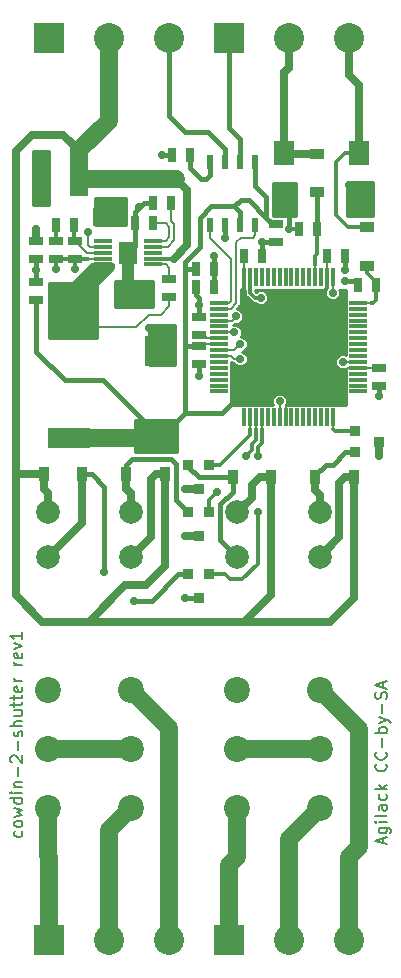
<source format=gtl>
%TF.GenerationSoftware,KiCad,Pcbnew,5.0.2*%
%TF.CreationDate,2020-05-26T14:16:45+02:00*%
%TF.ProjectId,cowdin-2-shutter,636f7764-696e-42d3-922d-736875747465,0.1*%
%TF.SameCoordinates,Original*%
%TF.FileFunction,Copper,L1,Top*%
%TF.FilePolarity,Positive*%
%FSLAX46Y46*%
G04 Gerber Fmt 4.6, Leading zero omitted, Abs format (unit mm)*
G04 Created by KiCad (PCBNEW 5.0.2) date mar. 26 mai 2020 14:16:45 CEST*
%MOMM*%
%LPD*%
G01*
G04 APERTURE LIST*
%TA.AperFunction,NonConductor*%
%ADD10C,0.152400*%
%TD*%
%TA.AperFunction,SMDPad,CuDef*%
%ADD11R,0.910000X1.220000*%
%TD*%
%TA.AperFunction,SMDPad,CuDef*%
%ADD12R,1.600000X2.900000*%
%TD*%
%TA.AperFunction,SMDPad,CuDef*%
%ADD13R,2.500000X2.500000*%
%TD*%
%TA.AperFunction,SMDPad,CuDef*%
%ADD14R,3.560000X1.780000*%
%TD*%
%TA.AperFunction,SMDPad,CuDef*%
%ADD15R,2.100000X1.800000*%
%TD*%
%TA.AperFunction,SMDPad,CuDef*%
%ADD16R,1.570000X1.880000*%
%TD*%
%TA.AperFunction,SMDPad,CuDef*%
%ADD17R,1.600000X0.300000*%
%TD*%
%TA.AperFunction,SMDPad,CuDef*%
%ADD18R,1.143000X0.635000*%
%TD*%
%TA.AperFunction,SMDPad,CuDef*%
%ADD19R,0.635000X1.143000*%
%TD*%
%TA.AperFunction,ComponentPad*%
%ADD20C,2.200000*%
%TD*%
%TA.AperFunction,ComponentPad*%
%ADD21C,2.000000*%
%TD*%
%TA.AperFunction,SMDPad,CuDef*%
%ADD22R,2.900000X1.600000*%
%TD*%
%TA.AperFunction,ComponentPad*%
%ADD23C,2.540000*%
%TD*%
%TA.AperFunction,ComponentPad*%
%ADD24R,2.540000X2.540000*%
%TD*%
%TA.AperFunction,SMDPad,CuDef*%
%ADD25R,0.300000X1.524000*%
%TD*%
%TA.AperFunction,SMDPad,CuDef*%
%ADD26R,1.524000X0.300000*%
%TD*%
%TA.AperFunction,SMDPad,CuDef*%
%ADD27R,0.508000X1.143000*%
%TD*%
%TA.AperFunction,SMDPad,CuDef*%
%ADD28R,0.914400X0.914400*%
%TD*%
%TA.AperFunction,SMDPad,CuDef*%
%ADD29R,1.220000X0.910000*%
%TD*%
%TA.AperFunction,SMDPad,CuDef*%
%ADD30R,1.800000X2.100000*%
%TD*%
%TA.AperFunction,ViaPad*%
%ADD31C,0.711200*%
%TD*%
%TA.AperFunction,Conductor*%
%ADD32C,1.524000*%
%TD*%
%TA.AperFunction,Conductor*%
%ADD33C,0.304800*%
%TD*%
%TA.AperFunction,Conductor*%
%ADD34C,0.406400*%
%TD*%
%TA.AperFunction,Conductor*%
%ADD35C,1.016000*%
%TD*%
%TA.AperFunction,Conductor*%
%ADD36C,0.203200*%
%TD*%
%TA.AperFunction,Conductor*%
%ADD37C,0.711200*%
%TD*%
%TA.AperFunction,Conductor*%
%ADD38C,0.254000*%
%TD*%
G04 APERTURE END LIST*
D10*
X164126666Y-135013333D02*
X164126666Y-134537142D01*
X164412380Y-135108571D02*
X163412380Y-134775238D01*
X164412380Y-134441904D01*
X163745714Y-133680000D02*
X164555238Y-133680000D01*
X164650476Y-133727619D01*
X164698095Y-133775238D01*
X164745714Y-133870476D01*
X164745714Y-134013333D01*
X164698095Y-134108571D01*
X164364761Y-133680000D02*
X164412380Y-133775238D01*
X164412380Y-133965714D01*
X164364761Y-134060952D01*
X164317142Y-134108571D01*
X164221904Y-134156190D01*
X163936190Y-134156190D01*
X163840952Y-134108571D01*
X163793333Y-134060952D01*
X163745714Y-133965714D01*
X163745714Y-133775238D01*
X163793333Y-133680000D01*
X164412380Y-133203809D02*
X163745714Y-133203809D01*
X163412380Y-133203809D02*
X163460000Y-133251428D01*
X163507619Y-133203809D01*
X163460000Y-133156190D01*
X163412380Y-133203809D01*
X163507619Y-133203809D01*
X164412380Y-132584761D02*
X164364761Y-132680000D01*
X164269523Y-132727619D01*
X163412380Y-132727619D01*
X164412380Y-131775238D02*
X163888571Y-131775238D01*
X163793333Y-131822857D01*
X163745714Y-131918095D01*
X163745714Y-132108571D01*
X163793333Y-132203809D01*
X164364761Y-131775238D02*
X164412380Y-131870476D01*
X164412380Y-132108571D01*
X164364761Y-132203809D01*
X164269523Y-132251428D01*
X164174285Y-132251428D01*
X164079047Y-132203809D01*
X164031428Y-132108571D01*
X164031428Y-131870476D01*
X163983809Y-131775238D01*
X164364761Y-130870476D02*
X164412380Y-130965714D01*
X164412380Y-131156190D01*
X164364761Y-131251428D01*
X164317142Y-131299047D01*
X164221904Y-131346666D01*
X163936190Y-131346666D01*
X163840952Y-131299047D01*
X163793333Y-131251428D01*
X163745714Y-131156190D01*
X163745714Y-130965714D01*
X163793333Y-130870476D01*
X164412380Y-130441904D02*
X163412380Y-130441904D01*
X164031428Y-130346666D02*
X164412380Y-130060952D01*
X163745714Y-130060952D02*
X164126666Y-130441904D01*
X164317142Y-128299047D02*
X164364761Y-128346666D01*
X164412380Y-128489523D01*
X164412380Y-128584761D01*
X164364761Y-128727619D01*
X164269523Y-128822857D01*
X164174285Y-128870476D01*
X163983809Y-128918095D01*
X163840952Y-128918095D01*
X163650476Y-128870476D01*
X163555238Y-128822857D01*
X163460000Y-128727619D01*
X163412380Y-128584761D01*
X163412380Y-128489523D01*
X163460000Y-128346666D01*
X163507619Y-128299047D01*
X164317142Y-127299047D02*
X164364761Y-127346666D01*
X164412380Y-127489523D01*
X164412380Y-127584761D01*
X164364761Y-127727619D01*
X164269523Y-127822857D01*
X164174285Y-127870476D01*
X163983809Y-127918095D01*
X163840952Y-127918095D01*
X163650476Y-127870476D01*
X163555238Y-127822857D01*
X163460000Y-127727619D01*
X163412380Y-127584761D01*
X163412380Y-127489523D01*
X163460000Y-127346666D01*
X163507619Y-127299047D01*
X164031428Y-126870476D02*
X164031428Y-126108571D01*
X164412380Y-125632380D02*
X163412380Y-125632380D01*
X163793333Y-125632380D02*
X163745714Y-125537142D01*
X163745714Y-125346666D01*
X163793333Y-125251428D01*
X163840952Y-125203809D01*
X163936190Y-125156190D01*
X164221904Y-125156190D01*
X164317142Y-125203809D01*
X164364761Y-125251428D01*
X164412380Y-125346666D01*
X164412380Y-125537142D01*
X164364761Y-125632380D01*
X163745714Y-124822857D02*
X164412380Y-124584761D01*
X163745714Y-124346666D02*
X164412380Y-124584761D01*
X164650476Y-124680000D01*
X164698095Y-124727619D01*
X164745714Y-124822857D01*
X164031428Y-123965714D02*
X164031428Y-123203809D01*
X164364761Y-122775238D02*
X164412380Y-122632380D01*
X164412380Y-122394285D01*
X164364761Y-122299047D01*
X164317142Y-122251428D01*
X164221904Y-122203809D01*
X164126666Y-122203809D01*
X164031428Y-122251428D01*
X163983809Y-122299047D01*
X163936190Y-122394285D01*
X163888571Y-122584761D01*
X163840952Y-122680000D01*
X163793333Y-122727619D01*
X163698095Y-122775238D01*
X163602857Y-122775238D01*
X163507619Y-122727619D01*
X163460000Y-122680000D01*
X163412380Y-122584761D01*
X163412380Y-122346666D01*
X163460000Y-122203809D01*
X164126666Y-121822857D02*
X164126666Y-121346666D01*
X164412380Y-121918095D02*
X163412380Y-121584761D01*
X164412380Y-121251428D01*
X133504761Y-134000476D02*
X133552380Y-134095714D01*
X133552380Y-134286190D01*
X133504761Y-134381428D01*
X133457142Y-134429047D01*
X133361904Y-134476666D01*
X133076190Y-134476666D01*
X132980952Y-134429047D01*
X132933333Y-134381428D01*
X132885714Y-134286190D01*
X132885714Y-134095714D01*
X132933333Y-134000476D01*
X133552380Y-133429047D02*
X133504761Y-133524285D01*
X133457142Y-133571904D01*
X133361904Y-133619523D01*
X133076190Y-133619523D01*
X132980952Y-133571904D01*
X132933333Y-133524285D01*
X132885714Y-133429047D01*
X132885714Y-133286190D01*
X132933333Y-133190952D01*
X132980952Y-133143333D01*
X133076190Y-133095714D01*
X133361904Y-133095714D01*
X133457142Y-133143333D01*
X133504761Y-133190952D01*
X133552380Y-133286190D01*
X133552380Y-133429047D01*
X132885714Y-132762380D02*
X133552380Y-132571904D01*
X133076190Y-132381428D01*
X133552380Y-132190952D01*
X132885714Y-132000476D01*
X133552380Y-131190952D02*
X132552380Y-131190952D01*
X133504761Y-131190952D02*
X133552380Y-131286190D01*
X133552380Y-131476666D01*
X133504761Y-131571904D01*
X133457142Y-131619523D01*
X133361904Y-131667142D01*
X133076190Y-131667142D01*
X132980952Y-131619523D01*
X132933333Y-131571904D01*
X132885714Y-131476666D01*
X132885714Y-131286190D01*
X132933333Y-131190952D01*
X133552380Y-130714761D02*
X132885714Y-130714761D01*
X132552380Y-130714761D02*
X132600000Y-130762380D01*
X132647619Y-130714761D01*
X132600000Y-130667142D01*
X132552380Y-130714761D01*
X132647619Y-130714761D01*
X132885714Y-130238571D02*
X133552380Y-130238571D01*
X132980952Y-130238571D02*
X132933333Y-130190952D01*
X132885714Y-130095714D01*
X132885714Y-129952857D01*
X132933333Y-129857619D01*
X133028571Y-129810000D01*
X133552380Y-129810000D01*
X133171428Y-129333809D02*
X133171428Y-128571904D01*
X132647619Y-128143333D02*
X132600000Y-128095714D01*
X132552380Y-128000476D01*
X132552380Y-127762380D01*
X132600000Y-127667142D01*
X132647619Y-127619523D01*
X132742857Y-127571904D01*
X132838095Y-127571904D01*
X132980952Y-127619523D01*
X133552380Y-128190952D01*
X133552380Y-127571904D01*
X133171428Y-127143333D02*
X133171428Y-126381428D01*
X133504761Y-125952857D02*
X133552380Y-125857619D01*
X133552380Y-125667142D01*
X133504761Y-125571904D01*
X133409523Y-125524285D01*
X133361904Y-125524285D01*
X133266666Y-125571904D01*
X133219047Y-125667142D01*
X133219047Y-125810000D01*
X133171428Y-125905238D01*
X133076190Y-125952857D01*
X133028571Y-125952857D01*
X132933333Y-125905238D01*
X132885714Y-125810000D01*
X132885714Y-125667142D01*
X132933333Y-125571904D01*
X133552380Y-125095714D02*
X132552380Y-125095714D01*
X133552380Y-124667142D02*
X133028571Y-124667142D01*
X132933333Y-124714761D01*
X132885714Y-124810000D01*
X132885714Y-124952857D01*
X132933333Y-125048095D01*
X132980952Y-125095714D01*
X132885714Y-123762380D02*
X133552380Y-123762380D01*
X132885714Y-124190952D02*
X133409523Y-124190952D01*
X133504761Y-124143333D01*
X133552380Y-124048095D01*
X133552380Y-123905238D01*
X133504761Y-123810000D01*
X133457142Y-123762380D01*
X132885714Y-123429047D02*
X132885714Y-123048095D01*
X132552380Y-123286190D02*
X133409523Y-123286190D01*
X133504761Y-123238571D01*
X133552380Y-123143333D01*
X133552380Y-123048095D01*
X132885714Y-122857619D02*
X132885714Y-122476666D01*
X132552380Y-122714761D02*
X133409523Y-122714761D01*
X133504761Y-122667142D01*
X133552380Y-122571904D01*
X133552380Y-122476666D01*
X133504761Y-121762380D02*
X133552380Y-121857619D01*
X133552380Y-122048095D01*
X133504761Y-122143333D01*
X133409523Y-122190952D01*
X133028571Y-122190952D01*
X132933333Y-122143333D01*
X132885714Y-122048095D01*
X132885714Y-121857619D01*
X132933333Y-121762380D01*
X133028571Y-121714761D01*
X133123809Y-121714761D01*
X133219047Y-122190952D01*
X133552380Y-121286190D02*
X132885714Y-121286190D01*
X133076190Y-121286190D02*
X132980952Y-121238571D01*
X132933333Y-121190952D01*
X132885714Y-121095714D01*
X132885714Y-121000476D01*
X133552380Y-119905238D02*
X132885714Y-119905238D01*
X133076190Y-119905238D02*
X132980952Y-119857619D01*
X132933333Y-119810000D01*
X132885714Y-119714761D01*
X132885714Y-119619523D01*
X133504761Y-118905238D02*
X133552380Y-119000476D01*
X133552380Y-119190952D01*
X133504761Y-119286190D01*
X133409523Y-119333809D01*
X133028571Y-119333809D01*
X132933333Y-119286190D01*
X132885714Y-119190952D01*
X132885714Y-119000476D01*
X132933333Y-118905238D01*
X133028571Y-118857619D01*
X133123809Y-118857619D01*
X133219047Y-119333809D01*
X132885714Y-118524285D02*
X133552380Y-118286190D01*
X132885714Y-118048095D01*
X133552380Y-117143333D02*
X133552380Y-117714761D01*
X133552380Y-117429047D02*
X132552380Y-117429047D01*
X132695238Y-117524285D01*
X132790476Y-117619523D01*
X132838095Y-117714761D01*
D11*
%TO.P,D2,1*%
%TO.N,Net-(D2-Pad1)*%
X142365000Y-103750000D03*
%TO.P,D2,2*%
%TO.N,VIn*%
X145635000Y-103750000D03*
%TD*%
%TO.P,D1,1*%
%TO.N,Net-(D1-Pad1)*%
X138635000Y-103750000D03*
%TO.P,D1,2*%
%TO.N,VIn*%
X135365000Y-103750000D03*
%TD*%
D12*
%TO.P,C10,2*%
%TO.N,GND*%
X135150000Y-78750000D03*
%TO.P,C10,1*%
%TO.N,VIn*%
X138350000Y-78750000D03*
%TD*%
D13*
%TO.P,C16,2*%
%TO.N,GND*%
X145250000Y-93350000D03*
%TO.P,C16,1*%
%TO.N,5V*%
X145250000Y-100650000D03*
%TD*%
D14*
%TO.P,L11,2*%
%TO.N,5V*%
X137500000Y-100700000D03*
%TO.P,L11,1*%
%TO.N,/V5_SW*%
X137500000Y-91300000D03*
%TD*%
D15*
%TO.P,D12,2*%
%TO.N,/V5_SW*%
X138100000Y-88500000D03*
%TO.P,D12,1*%
%TO.N,GND*%
X142500000Y-88500000D03*
%TD*%
D16*
%TO.P,U3,PAD*%
%TO.N,GND*%
X142500000Y-85000000D03*
D17*
%TO.P,U3,10*%
%TO.N,/V5_SW*%
X140400000Y-86000000D03*
%TO.P,U3,9*%
%TO.N,GND*%
X140400000Y-85500000D03*
%TO.P,U3,8*%
%TO.N,Net-(C14-Pad1)*%
X140400000Y-85000000D03*
%TO.P,U3,7*%
%TO.N,Net-(R16-Pad2)*%
X140400000Y-84500000D03*
%TO.P,U3,6*%
%TO.N,Net-(U3-Pad6)*%
X140400000Y-84000000D03*
%TO.P,U3,5*%
%TO.N,Net-(R14-Pad1)*%
X144600000Y-84000000D03*
%TO.P,U3,4*%
%TO.N,Net-(C12-Pad1)*%
X144600000Y-84500000D03*
%TO.P,U3,3*%
%TO.N,Net-(U3-Pad3)*%
X144600000Y-85000000D03*
%TO.P,U3,2*%
%TO.N,VIn*%
X144600000Y-85500000D03*
%TO.P,U3,1*%
%TO.N,Net-(C13-Pad1)*%
X144600000Y-86000000D03*
%TD*%
D18*
%TO.P,C13,2*%
%TO.N,/V5_SW*%
X146000000Y-88762000D03*
%TO.P,C13,1*%
%TO.N,Net-(C13-Pad1)*%
X146000000Y-87238000D03*
%TD*%
D19*
%TO.P,C12,2*%
%TO.N,GND*%
X144648000Y-80780000D03*
%TO.P,C12,1*%
%TO.N,Net-(C12-Pad1)*%
X146172000Y-80780000D03*
%TD*%
%TO.P,R14,2*%
%TO.N,GND*%
X143078000Y-82500000D03*
%TO.P,R14,1*%
%TO.N,Net-(R14-Pad1)*%
X144602000Y-82500000D03*
%TD*%
%TO.P,R15,2*%
%TO.N,Net-(C15-Pad1)*%
X136438000Y-82630000D03*
%TO.P,R15,1*%
%TO.N,Net-(C14-Pad1)*%
X137962000Y-82630000D03*
%TD*%
D18*
%TO.P,C14,2*%
%TO.N,GND*%
X138000000Y-85502000D03*
%TO.P,C14,1*%
%TO.N,Net-(C14-Pad1)*%
X138000000Y-83978000D03*
%TD*%
%TO.P,C15,2*%
%TO.N,GND*%
X136400000Y-85502000D03*
%TO.P,C15,1*%
%TO.N,Net-(C15-Pad1)*%
X136400000Y-83978000D03*
%TD*%
%TO.P,R17,2*%
%TO.N,GND*%
X134750000Y-83988000D03*
%TO.P,R17,1*%
%TO.N,Net-(R16-Pad2)*%
X134750000Y-85512000D03*
%TD*%
%TO.P,R16,2*%
%TO.N,Net-(R16-Pad2)*%
X134750000Y-87448000D03*
%TO.P,R16,1*%
%TO.N,5V*%
X134750000Y-88972000D03*
%TD*%
D20*
%TO.P,RL1,14*%
%TO.N,Net-(P2-Pad1)*%
X135750000Y-132000000D03*
%TO.P,RL1,11*%
%TO.N,Net-(RL1-Pad11)*%
X135750000Y-127000000D03*
%TO.P,RL1,12*%
%TO.N,Net-(RL1-Pad12)*%
X135750000Y-122000000D03*
D21*
%TO.P,RL1,A1*%
%TO.N,Net-(D1-Pad1)*%
X135750000Y-110750000D03*
%TO.P,RL1,A2*%
%TO.N,VIn*%
X135750000Y-107000000D03*
%TD*%
%TO.P,RL2,A2*%
%TO.N,Net-(D2-Pad1)*%
X142750000Y-107000000D03*
%TO.P,RL2,A1*%
%TO.N,VIn*%
X142750000Y-110750000D03*
D20*
%TO.P,RL2,12*%
%TO.N,Net-(P2-Pad3)*%
X142750000Y-122000000D03*
%TO.P,RL2,11*%
%TO.N,Net-(RL1-Pad11)*%
X142750000Y-127000000D03*
%TO.P,RL2,14*%
%TO.N,Net-(P2-Pad2)*%
X142750000Y-132000000D03*
%TD*%
%TO.P,RL3,14*%
%TO.N,Net-(P4-Pad1)*%
X151750000Y-132000000D03*
%TO.P,RL3,11*%
%TO.N,Net-(RL3-Pad11)*%
X151750000Y-127000000D03*
%TO.P,RL3,12*%
%TO.N,Net-(RL3-Pad12)*%
X151750000Y-122000000D03*
D21*
%TO.P,RL3,A1*%
%TO.N,Net-(D3-Pad1)*%
X151750000Y-110750000D03*
%TO.P,RL3,A2*%
%TO.N,VIn*%
X151750000Y-107000000D03*
%TD*%
%TO.P,RL4,A2*%
%TO.N,Net-(D4-Pad1)*%
X158750000Y-107000000D03*
%TO.P,RL4,A1*%
%TO.N,VIn*%
X158750000Y-110750000D03*
D20*
%TO.P,RL4,12*%
%TO.N,Net-(P4-Pad3)*%
X158750000Y-122000000D03*
%TO.P,RL4,11*%
%TO.N,Net-(RL3-Pad11)*%
X158750000Y-127000000D03*
%TO.P,RL4,14*%
%TO.N,Net-(P4-Pad2)*%
X158750000Y-132000000D03*
%TD*%
D22*
%TO.P,C11,1*%
%TO.N,VIn*%
X141000000Y-78750000D03*
%TO.P,C11,2*%
%TO.N,GND*%
X141000000Y-81950000D03*
%TD*%
D23*
%TO.P,P1,2*%
%TO.N,VIn*%
X140880000Y-66830000D03*
%TO.P,P1,3*%
%TO.N,CAN_H*%
X145960000Y-66830000D03*
D24*
%TO.P,P1,1*%
%TO.N,GND*%
X135800000Y-66830000D03*
%TD*%
%TO.P,P3,1*%
%TO.N,CAN_L*%
X151040000Y-66830000D03*
D23*
%TO.P,P3,3*%
%TO.N,IN_2*%
X161200000Y-66830000D03*
%TO.P,P3,2*%
%TO.N,IN_1*%
X156120000Y-66830000D03*
%TD*%
D25*
%TO.P,U1,1*%
%TO.N,Net-(U1-Pad1)*%
X152340000Y-98912000D03*
%TO.P,U1,2*%
%TO.N,REL3*%
X152840000Y-98912000D03*
%TO.P,U1,3*%
%TO.N,REL2*%
X153340000Y-98912000D03*
%TO.P,U1,4*%
%TO.N,REL1*%
X153840000Y-98912000D03*
%TO.P,U1,5*%
%TO.N,Net-(U1-Pad5)*%
X154340000Y-98912000D03*
%TO.P,U1,6*%
%TO.N,Net-(U1-Pad6)*%
X154840000Y-98912000D03*
%TO.P,U1,7*%
%TO.N,GND*%
X155340000Y-98912000D03*
%TO.P,U1,8*%
%TO.N,5V*%
X155840000Y-98912000D03*
%TO.P,U1,9*%
%TO.N,Net-(U1-Pad9)*%
X156340000Y-98912000D03*
%TO.P,U1,10*%
%TO.N,Net-(U1-Pad10)*%
X156840000Y-98912000D03*
%TO.P,U1,11*%
%TO.N,Net-(U1-Pad11)*%
X157340000Y-98912000D03*
%TO.P,U1,12*%
%TO.N,Net-(U1-Pad12)*%
X157840000Y-98912000D03*
%TO.P,U1,13*%
%TO.N,Net-(U1-Pad13)*%
X158340000Y-98912000D03*
%TO.P,U1,14*%
%TO.N,Net-(U1-Pad14)*%
X158840000Y-98912000D03*
%TO.P,U1,15*%
%TO.N,Net-(U1-Pad15)*%
X159340000Y-98912000D03*
%TO.P,U1,16*%
%TO.N,REL4*%
X159840000Y-98912000D03*
D26*
%TO.P,U1,17*%
%TO.N,Net-(U1-Pad17)*%
X162002000Y-96750000D03*
%TO.P,U1,18*%
%TO.N,Net-(U1-Pad18)*%
X162002000Y-96250000D03*
%TO.P,U1,19*%
%TO.N,Net-(U1-Pad19)*%
X162002000Y-95750000D03*
%TO.P,U1,20*%
%TO.N,Net-(U1-Pad20)*%
X162002000Y-95250000D03*
%TO.P,U1,21*%
%TO.N,5V*%
X162002000Y-94750000D03*
%TO.P,U1,22*%
%TO.N,GND*%
X162002000Y-94250000D03*
%TO.P,U1,23*%
%TO.N,Net-(U1-Pad23)*%
X162002000Y-93750000D03*
%TO.P,U1,24*%
%TO.N,Net-(U1-Pad24)*%
X162002000Y-93250000D03*
D25*
%TO.P,U1,33*%
%TO.N,GND*%
X159840000Y-87088000D03*
%TO.P,U1,34*%
%TO.N,5V*%
X159340000Y-87088000D03*
%TO.P,U1,35*%
%TO.N,Net-(U1-Pad35)*%
X158840000Y-87088000D03*
%TO.P,U1,36*%
%TO.N,IN_DN*%
X158340000Y-87088000D03*
%TO.P,U1,37*%
%TO.N,Net-(U1-Pad37)*%
X157840000Y-87088000D03*
%TO.P,U1,38*%
%TO.N,Net-(U1-Pad38)*%
X157340000Y-87088000D03*
%TO.P,U1,39*%
%TO.N,Net-(U1-Pad39)*%
X156840000Y-87088000D03*
%TO.P,U1,40*%
%TO.N,Net-(U1-Pad40)*%
X156340000Y-87088000D03*
%TO.P,U1,41*%
%TO.N,Net-(U1-Pad41)*%
X155840000Y-87088000D03*
%TO.P,U1,42*%
%TO.N,Net-(U1-Pad42)*%
X155340000Y-87088000D03*
%TO.P,U1,43*%
%TO.N,Net-(U1-Pad43)*%
X154840000Y-87088000D03*
%TO.P,U1,44*%
%TO.N,Net-(U1-Pad44)*%
X154340000Y-87088000D03*
D26*
%TO.P,U1,49*%
%TO.N,CAN0_TX*%
X150178000Y-89250000D03*
%TO.P,U1,50*%
%TO.N,CAN0_RX*%
X150178000Y-89750000D03*
%TO.P,U1,51*%
%TO.N,Net-(U1-Pad51)*%
X150178000Y-90250000D03*
%TO.P,U1,52*%
%TO.N,RESET*%
X150178000Y-90750000D03*
%TO.P,U1,53*%
%TO.N,Net-(U1-Pad53)*%
X150178000Y-91250000D03*
%TO.P,U1,54*%
%TO.N,GND*%
X150178000Y-91750000D03*
%TO.P,U1,55*%
%TO.N,Net-(C9-Pad2)*%
X150178000Y-92250000D03*
%TO.P,U1,56*%
%TO.N,5V*%
X150178000Y-92750000D03*
%TO.P,U1,57*%
%TO.N,SWD_CLK*%
X150178000Y-93250000D03*
%TO.P,U1,58*%
%TO.N,SWD_DAT*%
X150178000Y-93750000D03*
%TO.P,U1,59*%
%TO.N,Net-(U1-Pad59)*%
X150178000Y-94250000D03*
%TO.P,U1,60*%
%TO.N,Net-(U1-Pad60)*%
X150178000Y-94750000D03*
%TO.P,U1,25*%
%TO.N,Net-(U1-Pad25)*%
X162002000Y-92750000D03*
%TO.P,U1,26*%
%TO.N,Net-(U1-Pad26)*%
X162002000Y-92250000D03*
%TO.P,U1,27*%
%TO.N,Net-(U1-Pad27)*%
X162002000Y-91750000D03*
%TO.P,U1,28*%
%TO.N,Net-(U1-Pad28)*%
X162002000Y-91250000D03*
%TO.P,U1,29*%
%TO.N,Net-(U1-Pad29)*%
X162002000Y-90750000D03*
%TO.P,U1,30*%
%TO.N,Net-(U1-Pad30)*%
X162002000Y-90250000D03*
%TO.P,U1,31*%
%TO.N,Net-(U1-Pad31)*%
X162002000Y-89750000D03*
%TO.P,U1,32*%
%TO.N,IN_UP*%
X162002000Y-89250000D03*
D25*
%TO.P,U1,45*%
%TO.N,Net-(U1-Pad45)*%
X153840000Y-87088000D03*
%TO.P,U1,46*%
%TO.N,Net-(U1-Pad46)*%
X153340000Y-87088000D03*
%TO.P,U1,47*%
%TO.N,GND*%
X152840000Y-87088000D03*
%TO.P,U1,48*%
%TO.N,5V*%
X152340000Y-87088000D03*
D26*
%TO.P,U1,61*%
%TO.N,Net-(U1-Pad61)*%
X150178000Y-95250000D03*
%TO.P,U1,62*%
%TO.N,Net-(U1-Pad62)*%
X150178000Y-95750000D03*
%TO.P,U1,63*%
%TO.N,Net-(U1-Pad63)*%
X150178000Y-96250000D03*
%TO.P,U1,64*%
%TO.N,Net-(U1-Pad64)*%
X150178000Y-96750000D03*
%TD*%
D27*
%TO.P,U2,8*%
%TO.N,Net-(R10-Pad1)*%
X149475000Y-77333000D03*
%TO.P,U2,1*%
%TO.N,CAN0_TX*%
X149475000Y-82667000D03*
%TO.P,U2,7*%
%TO.N,CAN_H*%
X150745000Y-77333000D03*
%TO.P,U2,6*%
%TO.N,CAN_L*%
X152015000Y-77333000D03*
%TO.P,U2,5*%
%TO.N,5V*%
X153285000Y-77333000D03*
%TO.P,U2,2*%
%TO.N,GND*%
X150745000Y-82667000D03*
%TO.P,U2,3*%
%TO.N,5V*%
X152015000Y-82667000D03*
%TO.P,U2,4*%
%TO.N,CAN0_RX*%
X153285000Y-82667000D03*
%TD*%
D19*
%TO.P,R10,1*%
%TO.N,Net-(R10-Pad1)*%
X147762000Y-76750000D03*
%TO.P,R10,2*%
%TO.N,GND*%
X146238000Y-76750000D03*
%TD*%
D18*
%TO.P,C8,1*%
%TO.N,5V*%
X148500000Y-92908000D03*
%TO.P,C8,2*%
%TO.N,GND*%
X148500000Y-94432000D03*
%TD*%
%TO.P,C9,2*%
%TO.N,Net-(C9-Pad2)*%
X148500000Y-91932000D03*
%TO.P,C9,1*%
%TO.N,GND*%
X148500000Y-90408000D03*
%TD*%
D19*
%TO.P,C7,1*%
%TO.N,5V*%
X152338000Y-85250000D03*
%TO.P,C7,2*%
%TO.N,GND*%
X153862000Y-85250000D03*
%TD*%
%TO.P,C1,2*%
%TO.N,GND*%
X148238000Y-87900000D03*
%TO.P,C1,1*%
%TO.N,RESET*%
X149762000Y-87900000D03*
%TD*%
%TO.P,R1,1*%
%TO.N,RESET*%
X149762000Y-86400000D03*
%TO.P,R1,2*%
%TO.N,5V*%
X148238000Y-86400000D03*
%TD*%
%TO.P,C6,1*%
%TO.N,5V*%
X159338000Y-85250000D03*
%TO.P,C6,2*%
%TO.N,GND*%
X160862000Y-85250000D03*
%TD*%
D18*
%TO.P,C2,1*%
%TO.N,5V*%
X155000000Y-82578000D03*
%TO.P,C2,2*%
%TO.N,GND*%
X155000000Y-84102000D03*
%TD*%
%TO.P,C5,1*%
%TO.N,5V*%
X163750000Y-94738000D03*
%TO.P,C5,2*%
%TO.N,GND*%
X163750000Y-96262000D03*
%TD*%
D28*
%TO.P,Q1,3*%
%TO.N,GND*%
X148500000Y-114266000D03*
%TO.P,Q1,1*%
%TO.N,REL1*%
X149389000Y-112234000D03*
%TO.P,Q1,2*%
%TO.N,Net-(D1-Pad1)*%
X147611000Y-112234000D03*
%TD*%
%TO.P,Q2,2*%
%TO.N,Net-(D2-Pad1)*%
X147611000Y-106984000D03*
%TO.P,Q2,1*%
%TO.N,REL2*%
X149389000Y-106984000D03*
%TO.P,Q2,3*%
%TO.N,GND*%
X148500000Y-109016000D03*
%TD*%
D11*
%TO.P,D3,1*%
%TO.N,Net-(D3-Pad1)*%
X151365000Y-104000000D03*
%TO.P,D3,2*%
%TO.N,VIn*%
X154635000Y-104000000D03*
%TD*%
%TO.P,D4,2*%
%TO.N,VIn*%
X161635000Y-104000000D03*
%TO.P,D4,1*%
%TO.N,Net-(D4-Pad1)*%
X158365000Y-104000000D03*
%TD*%
D28*
%TO.P,Q3,3*%
%TO.N,GND*%
X148500000Y-105016000D03*
%TO.P,Q3,1*%
%TO.N,REL3*%
X149389000Y-102984000D03*
%TO.P,Q3,2*%
%TO.N,Net-(D3-Pad1)*%
X147611000Y-102984000D03*
%TD*%
%TO.P,Q4,2*%
%TO.N,Net-(D4-Pad1)*%
X161734000Y-101889000D03*
%TO.P,Q4,1*%
%TO.N,REL4*%
X161734000Y-100111000D03*
%TO.P,Q4,3*%
%TO.N,GND*%
X163766000Y-101000000D03*
%TD*%
D24*
%TO.P,P2,1*%
%TO.N,Net-(P2-Pad1)*%
X135800000Y-143170000D03*
D23*
%TO.P,P2,3*%
%TO.N,Net-(P2-Pad3)*%
X145960000Y-143170000D03*
%TO.P,P2,2*%
%TO.N,Net-(P2-Pad2)*%
X140880000Y-143170000D03*
%TD*%
D24*
%TO.P,P4,1*%
%TO.N,Net-(P4-Pad1)*%
X151040000Y-143170000D03*
D23*
%TO.P,P4,3*%
%TO.N,Net-(P4-Pad3)*%
X161200000Y-143170000D03*
%TO.P,P4,2*%
%TO.N,Net-(P4-Pad2)*%
X156120000Y-143170000D03*
%TD*%
D29*
%TO.P,D5,1*%
%TO.N,IN_DN*%
X158500000Y-79885000D03*
%TO.P,D5,2*%
%TO.N,IN_1*%
X158500000Y-76615000D03*
%TD*%
D30*
%TO.P,D6,2*%
%TO.N,IN_1*%
X155750000Y-76550000D03*
%TO.P,D6,1*%
%TO.N,GND*%
X155750000Y-80950000D03*
%TD*%
D29*
%TO.P,D7,2*%
%TO.N,IN_2*%
X162750000Y-82865000D03*
%TO.P,D7,1*%
%TO.N,IN_UP*%
X162750000Y-86135000D03*
%TD*%
D30*
%TO.P,D8,1*%
%TO.N,GND*%
X162100000Y-80950000D03*
%TO.P,D8,2*%
%TO.N,IN_2*%
X162100000Y-76550000D03*
%TD*%
D19*
%TO.P,C3,1*%
%TO.N,IN_DN*%
X158512000Y-82990000D03*
%TO.P,C3,2*%
%TO.N,GND*%
X156988000Y-82990000D03*
%TD*%
%TO.P,C4,2*%
%TO.N,GND*%
X161988000Y-87750000D03*
%TO.P,C4,1*%
%TO.N,IN_UP*%
X163512000Y-87750000D03*
%TD*%
D31*
%TO.N,GND*%
X144330000Y-88500000D03*
X145250000Y-91380000D03*
X142500000Y-85000000D03*
X138000000Y-86400000D03*
X136400000Y-86400000D03*
X144300000Y-91380000D03*
X146200000Y-91380000D03*
X143470000Y-81170000D03*
X141000000Y-80600000D03*
X140000000Y-80600000D03*
X142000000Y-80600000D03*
X134750000Y-83000000D03*
X135600000Y-76640000D03*
X134700000Y-76640000D03*
X134700000Y-80750000D03*
X135600000Y-80750000D03*
X145350000Y-76750000D03*
X150750000Y-83800000D03*
X151500000Y-91750000D03*
X148500000Y-89420000D03*
X148500000Y-95420000D03*
X155340000Y-97590000D03*
X159840000Y-88410000D03*
X160680000Y-94250000D03*
X153860000Y-84100000D03*
X144330000Y-87630000D03*
X144330000Y-89370000D03*
X160860000Y-86500000D03*
X163750000Y-97100000D03*
X147350000Y-114270000D03*
X147350000Y-105020000D03*
X147350000Y-109020000D03*
X163770000Y-102200000D03*
X153750000Y-88820000D03*
X155750000Y-79350000D03*
X155000000Y-79350000D03*
X156500000Y-79350000D03*
X162100000Y-79250000D03*
X161250000Y-79250000D03*
X163000000Y-79250000D03*
X156150000Y-82990000D03*
X160860000Y-87390000D03*
%TO.N,Net-(R16-Pad2)*%
X134750000Y-86490000D03*
X139100000Y-83260000D03*
%TO.N,RESET*%
X149750000Y-85250000D03*
X151630000Y-90400000D03*
%TO.N,SWD_CLK*%
X152000000Y-92750000D03*
%TO.N,SWD_DAT*%
X152000000Y-94000000D03*
%TO.N,REL1*%
X153510000Y-107000000D03*
X153510000Y-102250000D03*
%TO.N,REL2*%
X150000000Y-105300000D03*
X152500000Y-102250000D03*
%TO.N,Net-(D1-Pad1)*%
X140500000Y-112000000D03*
X143000000Y-114500000D03*
%TD*%
D32*
%TO.N,Net-(P2-Pad1)*%
X135750000Y-132000000D02*
X135750000Y-136080000D01*
X135750000Y-136080000D02*
X135800000Y-136130000D01*
X135800000Y-136130000D02*
X135800000Y-143170000D01*
%TO.N,Net-(P2-Pad3)*%
X145960000Y-143170000D02*
X145960000Y-125210000D01*
X145960000Y-125210000D02*
X142750000Y-122000000D01*
%TO.N,Net-(P2-Pad2)*%
X140880000Y-143170000D02*
X140880000Y-133870000D01*
X140880000Y-133870000D02*
X142750000Y-132000000D01*
%TO.N,Net-(P4-Pad1)*%
X151040000Y-143170000D02*
X151040000Y-136850000D01*
X151040000Y-136850000D02*
X151750000Y-136140000D01*
X151750000Y-136140000D02*
X151750000Y-132000000D01*
%TO.N,Net-(P4-Pad3)*%
X162050000Y-135280000D02*
X162050000Y-125300000D01*
X162050000Y-125300000D02*
X158750000Y-122000000D01*
X161200000Y-143170000D02*
X161200000Y-136130000D01*
X161200000Y-136130000D02*
X162050000Y-135280000D01*
%TO.N,Net-(P4-Pad2)*%
X156120000Y-143170000D02*
X156120000Y-134630000D01*
X156120000Y-134630000D02*
X158750000Y-132000000D01*
%TO.N,Net-(RL1-Pad11)*%
X135750000Y-127000000D02*
X142750000Y-127000000D01*
%TO.N,Net-(RL3-Pad11)*%
X151750000Y-127000000D02*
X158750000Y-127000000D01*
D33*
%TO.N,GND*%
X142500000Y-88500000D02*
X144330000Y-88500000D01*
D34*
X145250000Y-93400000D02*
X145250000Y-91380000D01*
D35*
X142500000Y-88500000D02*
X142500000Y-85000000D01*
D34*
X143078000Y-82500000D02*
X143078000Y-84422000D01*
X143078000Y-84422000D02*
X142500000Y-85000000D01*
D33*
X138000000Y-85502000D02*
X136400000Y-85502000D01*
X138000000Y-86400000D02*
X138000000Y-85502000D01*
X136400000Y-86400000D02*
X136400000Y-85502000D01*
X139100000Y-85500000D02*
X138002000Y-85500000D01*
X138002000Y-85500000D02*
X138000000Y-85502000D01*
D36*
X140400000Y-85500000D02*
X139100000Y-85500000D01*
X138002000Y-85500000D02*
X138000000Y-85502000D01*
D34*
X145250000Y-91380000D02*
X144300000Y-91380000D01*
X145250000Y-91380000D02*
X146200000Y-91380000D01*
X143078000Y-82500000D02*
X143078000Y-81562000D01*
X143078000Y-81562000D02*
X143470000Y-81170000D01*
X144648000Y-80780000D02*
X143860000Y-80780000D01*
X143860000Y-80780000D02*
X143470000Y-81170000D01*
D33*
X141000000Y-81950000D02*
X141000000Y-80600000D01*
X141000000Y-80600000D02*
X140000000Y-80600000D01*
X140000000Y-80600000D02*
X140000000Y-80950000D01*
X140000000Y-80950000D02*
X141000000Y-81950000D01*
X141000000Y-80600000D02*
X142000000Y-80600000D01*
X142000000Y-80600000D02*
X142000000Y-80950000D01*
X142000000Y-80950000D02*
X141000000Y-81950000D01*
D37*
X134750000Y-83988000D02*
X134750000Y-83000000D01*
D34*
X135600000Y-76640000D02*
X135600000Y-78300000D01*
X135600000Y-78300000D02*
X135150000Y-78750000D01*
X135600000Y-76640000D02*
X134700000Y-76640000D01*
X134700000Y-76640000D02*
X134700000Y-78300000D01*
X134700000Y-78300000D02*
X135150000Y-78750000D01*
X134700000Y-80750000D02*
X134700000Y-79200000D01*
X134700000Y-79200000D02*
X135150000Y-78750000D01*
X135600000Y-80750000D02*
X135600000Y-79200000D01*
X135600000Y-79200000D02*
X135150000Y-78750000D01*
X146238000Y-76750000D02*
X145350000Y-76750000D01*
X150745000Y-82667000D02*
X150745000Y-83795000D01*
X150745000Y-83795000D02*
X150750000Y-83800000D01*
D36*
X150178000Y-91750000D02*
X151500000Y-91750000D01*
D34*
X148500000Y-90408000D02*
X148500000Y-89420000D01*
X148500000Y-94432000D02*
X148500000Y-95420000D01*
D36*
X155340000Y-98912000D02*
X155340000Y-97590000D01*
X159840000Y-87088000D02*
X159840000Y-88410000D01*
X162002000Y-94250000D02*
X160680000Y-94250000D01*
D34*
X153862000Y-85250000D02*
X153862000Y-84102000D01*
X153862000Y-84102000D02*
X153860000Y-84100000D01*
D33*
X144330000Y-88500000D02*
X144330000Y-87630000D01*
X144330000Y-88500000D02*
X144330000Y-89370000D01*
D34*
X148500000Y-89420000D02*
X148500000Y-88870000D01*
X148500000Y-88870000D02*
X148238000Y-88608000D01*
X148238000Y-88608000D02*
X148238000Y-87900000D01*
X160860000Y-86500000D02*
X160860000Y-85252000D01*
X160860000Y-85252000D02*
X160862000Y-85250000D01*
X163750000Y-96262000D02*
X163750000Y-97100000D01*
X147350000Y-114270000D02*
X148496000Y-114270000D01*
X148496000Y-114270000D02*
X148500000Y-114266000D01*
D37*
X147350000Y-105020000D02*
X148496000Y-105020000D01*
X148496000Y-105020000D02*
X148500000Y-105016000D01*
X147350000Y-109020000D02*
X148496000Y-109020000D01*
X148496000Y-109020000D02*
X148500000Y-109016000D01*
X163766000Y-101000000D02*
X163766000Y-102196000D01*
X163766000Y-102196000D02*
X163770000Y-102200000D01*
D33*
X152840000Y-87088000D02*
X152840000Y-88420000D01*
X152840000Y-88420000D02*
X153240000Y-88820000D01*
X153240000Y-88820000D02*
X153750000Y-88820000D01*
D34*
X153860000Y-84100000D02*
X154998000Y-84100000D01*
X154998000Y-84100000D02*
X155000000Y-84102000D01*
X155750000Y-80950000D02*
X155750000Y-79350000D01*
X155750000Y-79350000D02*
X155000000Y-79350000D01*
X155750000Y-79350000D02*
X156500000Y-79350000D01*
D37*
X162100000Y-80950000D02*
X162100000Y-79250000D01*
X162100000Y-79250000D02*
X161250000Y-79250000D01*
X162100000Y-79250000D02*
X163000000Y-79250000D01*
D33*
X156988000Y-82990000D02*
X156150000Y-82990000D01*
D34*
X156150000Y-82990000D02*
X156150000Y-81350000D01*
X156150000Y-81350000D02*
X155750000Y-80950000D01*
X160860000Y-87390000D02*
X161628000Y-87390000D01*
X161628000Y-87390000D02*
X161988000Y-87750000D01*
D37*
%TO.N,VIn*%
X146550000Y-78750000D02*
X147530000Y-79730000D01*
D33*
X144600000Y-85500000D02*
X146370000Y-85500000D01*
D32*
X138350000Y-76350000D02*
X138350000Y-78750000D01*
X138350000Y-78750000D02*
X141000000Y-78750000D01*
X141000000Y-78750000D02*
X146550000Y-78750000D01*
X140880000Y-66830000D02*
X140880000Y-73820000D01*
X140880000Y-73820000D02*
X138350000Y-76350000D01*
D37*
X147530000Y-79730000D02*
X147530000Y-84340000D01*
X147530000Y-84340000D02*
X146370000Y-85500000D01*
X138350000Y-76350000D02*
X137000000Y-75000000D01*
X137000000Y-75000000D02*
X134370000Y-75000000D01*
X134370000Y-75000000D02*
X133000000Y-76370000D01*
X133000000Y-76370000D02*
X133000000Y-103750000D01*
X135365000Y-103750000D02*
X133000000Y-103750000D01*
X135365000Y-103750000D02*
X135365000Y-104995000D01*
X135365000Y-104995000D02*
X135750000Y-105380000D01*
X135750000Y-105380000D02*
X135750000Y-107000000D01*
X144410000Y-109090000D02*
X144410000Y-104200000D01*
X144410000Y-104200000D02*
X144860000Y-103750000D01*
X144860000Y-103750000D02*
X145635000Y-103750000D01*
X144410000Y-109090000D02*
X142750000Y-110750000D01*
X145635000Y-103750000D02*
X145635000Y-111545000D01*
X145635000Y-111545000D02*
X144000000Y-113180000D01*
X139180000Y-116250000D02*
X152330000Y-116250000D01*
X152330000Y-116250000D02*
X159620000Y-116250000D01*
X154635000Y-104000000D02*
X154635000Y-113945000D01*
X154635000Y-113945000D02*
X152330000Y-116250000D01*
X154635000Y-104000000D02*
X153670000Y-104000000D01*
X153670000Y-104000000D02*
X152990000Y-104680000D01*
X152990000Y-104680000D02*
X152990000Y-105760000D01*
X152990000Y-105760000D02*
X151750000Y-107000000D01*
X161635000Y-104000000D02*
X160880000Y-104000000D01*
X160880000Y-104000000D02*
X160410000Y-104470000D01*
X160410000Y-104470000D02*
X160410000Y-109090000D01*
X160410000Y-109090000D02*
X158750000Y-110750000D01*
X161635000Y-104000000D02*
X161635000Y-114235000D01*
X161635000Y-114235000D02*
X159620000Y-116250000D01*
X133000000Y-103750000D02*
X133000000Y-114020000D01*
X133000000Y-114020000D02*
X135230000Y-116250000D01*
X135230000Y-116250000D02*
X139180000Y-116250000D01*
X144000000Y-113180000D02*
X142250000Y-113180000D01*
X142250000Y-113180000D02*
X139180000Y-116250000D01*
D36*
%TO.N,Net-(C13-Pad1)*%
X144600000Y-86000000D02*
X145710000Y-86000000D01*
X145710000Y-86000000D02*
X146000000Y-86290000D01*
X146000000Y-86290000D02*
X146000000Y-87238000D01*
%TO.N,Net-(C12-Pad1)*%
X146172000Y-80780000D02*
X146172000Y-82322000D01*
X145850000Y-84500000D02*
X144600000Y-84500000D01*
X146430000Y-83920000D02*
X145850000Y-84500000D01*
X146430000Y-82580000D02*
X146430000Y-83920000D01*
X146172000Y-82322000D02*
X146430000Y-82580000D01*
%TO.N,Net-(R14-Pad1)*%
X144600000Y-84000000D02*
X145720000Y-84000000D01*
X145720000Y-84000000D02*
X146010000Y-83710000D01*
X146010000Y-83710000D02*
X146010000Y-82820000D01*
X146010000Y-82820000D02*
X145690000Y-82500000D01*
X145690000Y-82500000D02*
X144602000Y-82500000D01*
%TO.N,Net-(R16-Pad2)*%
X140400000Y-84500000D02*
X139280000Y-84500000D01*
X139100000Y-84320000D02*
X139100000Y-83260000D01*
X139280000Y-84500000D02*
X139100000Y-84320000D01*
D34*
X134750000Y-85512000D02*
X134750000Y-86490000D01*
X134750000Y-87448000D02*
X134750000Y-86490000D01*
D36*
%TO.N,Net-(C14-Pad1)*%
X140400000Y-85000000D02*
X139022000Y-85000000D01*
X139022000Y-85000000D02*
X138000000Y-83978000D01*
D33*
X137962000Y-82630000D02*
X137962000Y-83940000D01*
X137962000Y-83940000D02*
X138000000Y-83978000D01*
D36*
%TO.N,/V5_SW*%
X137500000Y-91300000D02*
X143190000Y-91300000D01*
X143190000Y-91300000D02*
X144240000Y-90250000D01*
D35*
X138100000Y-88500000D02*
X138100000Y-90700000D01*
X138100000Y-90700000D02*
X137500000Y-91300000D01*
D36*
X140400000Y-86000000D02*
X140400000Y-86200000D01*
X140400000Y-86200000D02*
X138100000Y-88500000D01*
X144240000Y-90250000D02*
X145290000Y-90250000D01*
X145290000Y-90250000D02*
X146000000Y-89540000D01*
X146000000Y-89540000D02*
X146000000Y-88762000D01*
D33*
%TO.N,Net-(C15-Pad1)*%
X136438000Y-82630000D02*
X136438000Y-83940000D01*
X136438000Y-83940000D02*
X136400000Y-83978000D01*
D32*
%TO.N,5V*%
X137500000Y-100700000D02*
X145550000Y-100700000D01*
D34*
X134750000Y-88972000D02*
X134750000Y-93410000D01*
X134750000Y-93410000D02*
X137130000Y-95790000D01*
D36*
X150178000Y-92750000D02*
X148658000Y-92750000D01*
X148658000Y-92750000D02*
X148500000Y-92908000D01*
D34*
X148500000Y-92908000D02*
X147310000Y-92908000D01*
X152015000Y-82667000D02*
X152015000Y-81585000D01*
X152015000Y-81585000D02*
X151510000Y-81080000D01*
X151510000Y-81080000D02*
X149540000Y-81080000D01*
X149540000Y-81080000D02*
X148560000Y-82060000D01*
X148560000Y-82060000D02*
X148560000Y-84550000D01*
X137130000Y-95790000D02*
X140390000Y-95790000D01*
X140390000Y-95790000D02*
X145250000Y-100650000D01*
X147310000Y-92908000D02*
X147310000Y-98590000D01*
X147310000Y-98590000D02*
X145250000Y-100650000D01*
D36*
X152340000Y-87088000D02*
X152340000Y-85252000D01*
X152340000Y-85252000D02*
X152338000Y-85250000D01*
D34*
X147310000Y-98590000D02*
X150500000Y-98590000D01*
X150500000Y-98590000D02*
X152400000Y-96690000D01*
X152160000Y-89360000D02*
X152160000Y-88820000D01*
D33*
X152160000Y-88820000D02*
X152160000Y-88150000D01*
X152160000Y-88150000D02*
X152340000Y-87970000D01*
X152340000Y-87970000D02*
X152340000Y-87088000D01*
D34*
X152400000Y-89600000D02*
X152160000Y-89360000D01*
D36*
X155840000Y-98912000D02*
X155840000Y-97960000D01*
X155840000Y-97960000D02*
X156010000Y-97790000D01*
X156010000Y-97790000D02*
X156010000Y-97250000D01*
D34*
X152400000Y-96690000D02*
X155660000Y-96690000D01*
X155660000Y-96690000D02*
X156010000Y-97040000D01*
X156010000Y-97040000D02*
X156010000Y-97250000D01*
X147310000Y-92908000D02*
X147310000Y-86400000D01*
X147310000Y-86400000D02*
X147310000Y-85800000D01*
X147310000Y-85800000D02*
X148560000Y-84550000D01*
X148238000Y-86400000D02*
X147310000Y-86400000D01*
D36*
X159340000Y-87088000D02*
X159340000Y-85252000D01*
X159340000Y-85252000D02*
X159338000Y-85250000D01*
D34*
X152400000Y-89600000D02*
X157880000Y-89600000D01*
X157880000Y-89600000D02*
X159070000Y-88410000D01*
D33*
X159340000Y-87088000D02*
X159340000Y-87970000D01*
X159340000Y-87970000D02*
X159180000Y-88130000D01*
X159180000Y-88130000D02*
X159180000Y-88300000D01*
X159180000Y-88300000D02*
X159070000Y-88410000D01*
D36*
X162002000Y-94750000D02*
X161050000Y-94750000D01*
X161050000Y-94750000D02*
X160920000Y-94880000D01*
D34*
X157470000Y-94880000D02*
X155660000Y-96690000D01*
X157470000Y-94880000D02*
X160130000Y-94880000D01*
D36*
X160130000Y-94880000D02*
X160920000Y-94880000D01*
D34*
X152050000Y-80540000D02*
X151510000Y-81080000D01*
X152400000Y-89600000D02*
X152400000Y-91750000D01*
X152400000Y-91750000D02*
X153030000Y-92380000D01*
X153030000Y-92380000D02*
X153030000Y-94410000D01*
X153030000Y-94410000D02*
X152400000Y-95040000D01*
X152400000Y-95040000D02*
X152400000Y-96690000D01*
D36*
X162002000Y-94750000D02*
X163738000Y-94750000D01*
X163738000Y-94750000D02*
X163750000Y-94738000D01*
D34*
X155000000Y-82578000D02*
X154748000Y-82578000D01*
X154748000Y-82578000D02*
X154200000Y-82030000D01*
X154200000Y-82030000D02*
X152710000Y-80540000D01*
X152710000Y-80540000D02*
X152050000Y-80540000D01*
X153285000Y-77333000D02*
X153285000Y-79395000D01*
X153285000Y-79395000D02*
X154200000Y-80310000D01*
X154200000Y-80310000D02*
X154200000Y-82030000D01*
D36*
%TO.N,CAN0_TX*%
X149475000Y-82667000D02*
X149475000Y-83785000D01*
X149475000Y-83785000D02*
X151190000Y-85500000D01*
X151190000Y-89130000D02*
X151070000Y-89250000D01*
X151070000Y-89250000D02*
X150178000Y-89250000D01*
X151190000Y-89130000D02*
X151190000Y-85500000D01*
%TO.N,CAN0_RX*%
X151690000Y-89250000D02*
X151190000Y-89750000D01*
X151190000Y-89750000D02*
X150178000Y-89750000D01*
X151690000Y-89250000D02*
X151690000Y-84090000D01*
X151690000Y-84090000D02*
X152050000Y-83730000D01*
X152050000Y-83730000D02*
X153050000Y-83730000D01*
X153050000Y-83730000D02*
X153285000Y-83495000D01*
X153285000Y-83495000D02*
X153285000Y-82667000D01*
%TO.N,Net-(C9-Pad2)*%
X150178000Y-92250000D02*
X149220000Y-92250000D01*
X149220000Y-92250000D02*
X148902000Y-91932000D01*
X148902000Y-91932000D02*
X148500000Y-91932000D01*
D34*
%TO.N,CAN_H*%
X150745000Y-77333000D02*
X150745000Y-76245000D01*
X150745000Y-76245000D02*
X149250000Y-74750000D01*
X149250000Y-74750000D02*
X147290000Y-74750000D01*
X147290000Y-74750000D02*
X145960000Y-73420000D01*
X145960000Y-73420000D02*
X145960000Y-66830000D01*
%TO.N,CAN_L*%
X152015000Y-77333000D02*
X152015000Y-75415000D01*
X152015000Y-75415000D02*
X151040000Y-74440000D01*
X151040000Y-74440000D02*
X151040000Y-66830000D01*
%TO.N,Net-(R10-Pad1)*%
X147762000Y-76750000D02*
X147762000Y-77832000D01*
X147762000Y-77832000D02*
X148690000Y-78760000D01*
X148690000Y-78760000D02*
X149100000Y-78760000D01*
X149100000Y-78760000D02*
X149475000Y-78385000D01*
X149475000Y-78385000D02*
X149475000Y-77333000D01*
%TO.N,RESET*%
X149762000Y-87900000D02*
X149762000Y-86400000D01*
X149750000Y-85250000D02*
X149750000Y-86388000D01*
X149750000Y-86388000D02*
X149762000Y-86400000D01*
D36*
X150178000Y-90750000D02*
X151280000Y-90750000D01*
X151280000Y-90750000D02*
X151630000Y-90400000D01*
%TO.N,SWD_CLK*%
X150178000Y-93250000D02*
X151500000Y-93250000D01*
X151500000Y-93250000D02*
X152000000Y-92750000D01*
%TO.N,SWD_DAT*%
X150178000Y-93750000D02*
X151220000Y-93750000D01*
X151220000Y-93750000D02*
X151470000Y-94000000D01*
X151470000Y-94000000D02*
X152000000Y-94000000D01*
D33*
%TO.N,REL1*%
X149389000Y-112234000D02*
X150734000Y-112234000D01*
X150734000Y-112234000D02*
X151170000Y-112670000D01*
X151170000Y-112670000D02*
X152170000Y-112670000D01*
X152170000Y-112670000D02*
X153510000Y-111330000D01*
X153510000Y-111330000D02*
X153510000Y-107000000D01*
D36*
X153840000Y-99970000D02*
X153840000Y-98912000D01*
D33*
X153840000Y-99970000D02*
X153840000Y-101110000D01*
X153840000Y-101110000D02*
X153510000Y-101440000D01*
X153510000Y-101440000D02*
X153510000Y-102250000D01*
%TO.N,REL2*%
X149389000Y-106984000D02*
X149389000Y-105911000D01*
X149389000Y-105911000D02*
X150000000Y-105300000D01*
X152500000Y-102250000D02*
X153000000Y-101750000D01*
D36*
X153340000Y-99970000D02*
X153340000Y-98912000D01*
D33*
X153340000Y-99970000D02*
X153340000Y-100890000D01*
X153340000Y-100890000D02*
X153000000Y-101230000D01*
X153000000Y-101230000D02*
X153000000Y-101750000D01*
D37*
%TO.N,Net-(D1-Pad1)*%
X138635000Y-103750000D02*
X138635000Y-107865000D01*
X138635000Y-107865000D02*
X135750000Y-110750000D01*
D34*
X147611000Y-112234000D02*
X146766000Y-112234000D01*
X146766000Y-112234000D02*
X144500000Y-114500000D01*
X144500000Y-114500000D02*
X143000000Y-114500000D01*
X140500000Y-112000000D02*
X140500000Y-104810000D01*
X140500000Y-104810000D02*
X139440000Y-103750000D01*
X139440000Y-103750000D02*
X138635000Y-103750000D01*
D37*
%TO.N,Net-(D2-Pad1)*%
X142365000Y-103750000D02*
X142365000Y-104995000D01*
X142365000Y-104995000D02*
X142750000Y-105380000D01*
X142750000Y-105380000D02*
X142750000Y-107000000D01*
D34*
X146590000Y-102910000D02*
X146180000Y-102500000D01*
X146180000Y-102500000D02*
X142810000Y-102500000D01*
X142810000Y-102500000D02*
X142365000Y-102945000D01*
X142365000Y-102945000D02*
X142365000Y-103750000D01*
X146590000Y-102910000D02*
X146590000Y-105970000D01*
X146590000Y-105970000D02*
X147604000Y-106984000D01*
X147604000Y-106984000D02*
X147611000Y-106984000D01*
%TO.N,Net-(D3-Pad1)*%
X147611000Y-102984000D02*
X147611000Y-103111000D01*
X147611000Y-103111000D02*
X148500000Y-104000000D01*
X148500000Y-104000000D02*
X151365000Y-104000000D01*
X151365000Y-104000000D02*
X151365000Y-105255000D01*
X151365000Y-105255000D02*
X150320000Y-106300000D01*
X150320000Y-106300000D02*
X150320000Y-109320000D01*
X150320000Y-109320000D02*
X151750000Y-110750000D01*
D37*
%TO.N,Net-(D4-Pad1)*%
X158365000Y-104000000D02*
X158365000Y-105125000D01*
X158365000Y-105125000D02*
X158750000Y-105510000D01*
X158750000Y-105510000D02*
X158750000Y-107000000D01*
D34*
X161734000Y-101889000D02*
X160901000Y-101889000D01*
X160901000Y-101889000D02*
X159840000Y-102950000D01*
X159840000Y-102950000D02*
X159260000Y-102950000D01*
X159260000Y-102950000D02*
X158365000Y-103845000D01*
X158365000Y-103845000D02*
X158365000Y-104000000D01*
D33*
%TO.N,REL3*%
X152840000Y-100450000D02*
X150306000Y-102984000D01*
X150306000Y-102984000D02*
X149389000Y-102984000D01*
X152840000Y-100450000D02*
X152840000Y-99970000D01*
D36*
X152840000Y-99970000D02*
X152840000Y-98912000D01*
D33*
%TO.N,REL4*%
X161734000Y-100111000D02*
X160001000Y-100111000D01*
X160001000Y-100111000D02*
X159840000Y-99950000D01*
D36*
X159840000Y-98912000D02*
X159840000Y-99950000D01*
D37*
%TO.N,IN_1*%
X155750000Y-76550000D02*
X155750000Y-69700000D01*
X155750000Y-69700000D02*
X156120000Y-69330000D01*
X156120000Y-69330000D02*
X156120000Y-66830000D01*
X158500000Y-76615000D02*
X155815000Y-76615000D01*
X155815000Y-76615000D02*
X155750000Y-76550000D01*
%TO.N,IN_2*%
X162100000Y-76550000D02*
X162100000Y-70830000D01*
X162100000Y-70830000D02*
X161200000Y-69930000D01*
X161200000Y-69930000D02*
X161200000Y-66830000D01*
D33*
X160100000Y-81800000D02*
X160100000Y-77350000D01*
X160100000Y-77350000D02*
X160900000Y-76550000D01*
X160900000Y-76550000D02*
X162100000Y-76550000D01*
X162750000Y-82865000D02*
X161165000Y-82865000D01*
X161165000Y-82865000D02*
X160100000Y-81800000D01*
%TO.N,IN_DN*%
X158340000Y-85280000D02*
X158340000Y-86030000D01*
D36*
X158340000Y-86030000D02*
X158340000Y-87088000D01*
D34*
X158512000Y-82990000D02*
X158512000Y-79897000D01*
X158512000Y-79897000D02*
X158500000Y-79885000D01*
D33*
X158512000Y-82990000D02*
X158512000Y-85108000D01*
X158512000Y-85108000D02*
X158340000Y-85280000D01*
%TO.N,IN_UP*%
X163270000Y-89250000D02*
X163070000Y-89250000D01*
D36*
X163070000Y-89250000D02*
X162002000Y-89250000D01*
D33*
X163512000Y-87750000D02*
X163512000Y-89008000D01*
X163512000Y-89008000D02*
X163270000Y-89250000D01*
X162750000Y-86135000D02*
X162750000Y-86730000D01*
X162750000Y-86730000D02*
X163512000Y-87492000D01*
X163512000Y-87492000D02*
X163512000Y-87750000D01*
%TD*%
D38*
%TO.N,/V5_SW*%
G36*
X141273000Y-86317394D02*
X139910197Y-87680197D01*
X139882667Y-87721399D01*
X139873000Y-87770000D01*
X139873000Y-92263000D01*
X135847000Y-92263000D01*
X135847000Y-87527000D01*
X137840000Y-87527000D01*
X137888601Y-87517333D01*
X137929513Y-87490091D01*
X139452366Y-85977000D01*
X141273000Y-85977000D01*
X141273000Y-86317394D01*
X141273000Y-86317394D01*
G37*
X141273000Y-86317394D02*
X139910197Y-87680197D01*
X139882667Y-87721399D01*
X139873000Y-87770000D01*
X139873000Y-92263000D01*
X135847000Y-92263000D01*
X135847000Y-87527000D01*
X137840000Y-87527000D01*
X137888601Y-87517333D01*
X137929513Y-87490091D01*
X139452366Y-85977000D01*
X141273000Y-85977000D01*
X141273000Y-86317394D01*
%TO.N,5V*%
G36*
X146623000Y-101873000D02*
X143127000Y-101873000D01*
X143127000Y-99127000D01*
X146623000Y-99127000D01*
X146623000Y-101873000D01*
X146623000Y-101873000D01*
G37*
X146623000Y-101873000D02*
X143127000Y-101873000D01*
X143127000Y-99127000D01*
X146623000Y-99127000D01*
X146623000Y-101873000D01*
%TO.N,GND*%
G36*
X146523000Y-94523000D02*
X144277000Y-94523000D01*
X144277000Y-91127000D01*
X146523000Y-91127000D01*
X146523000Y-94523000D01*
X146523000Y-94523000D01*
G37*
X146523000Y-94523000D02*
X144277000Y-94523000D01*
X144277000Y-91127000D01*
X146523000Y-91127000D01*
X146523000Y-94523000D01*
G36*
X142323000Y-82623000D02*
X139677000Y-82623000D01*
X139677000Y-80367000D01*
X142323000Y-80367000D01*
X142323000Y-82623000D01*
X142323000Y-82623000D01*
G37*
X142323000Y-82623000D02*
X139677000Y-82623000D01*
X139677000Y-80367000D01*
X142323000Y-80367000D01*
X142323000Y-82623000D01*
G36*
X135833000Y-80983000D02*
X134467000Y-80983000D01*
X134467000Y-76407000D01*
X135833000Y-76407000D01*
X135833000Y-80983000D01*
X135833000Y-80983000D01*
G37*
X135833000Y-80983000D02*
X134467000Y-80983000D01*
X134467000Y-76407000D01*
X135833000Y-76407000D01*
X135833000Y-80983000D01*
G36*
X144623000Y-89623000D02*
X141427000Y-89623000D01*
X141427000Y-87377000D01*
X144623000Y-87377000D01*
X144623000Y-89623000D01*
X144623000Y-89623000D01*
G37*
X144623000Y-89623000D02*
X141427000Y-89623000D01*
X141427000Y-87377000D01*
X144623000Y-87377000D01*
X144623000Y-89623000D01*
%TO.N,5V*%
G36*
X152408201Y-88377473D02*
X152399742Y-88420000D01*
X152433254Y-88588479D01*
X152504601Y-88695258D01*
X152504603Y-88695260D01*
X152528691Y-88731310D01*
X152564741Y-88755398D01*
X152904600Y-89095257D01*
X152928690Y-89131310D01*
X153071520Y-89226746D01*
X153197474Y-89251800D01*
X153197478Y-89251800D01*
X153239999Y-89260258D01*
X153282520Y-89251800D01*
X153283775Y-89251800D01*
X153390302Y-89358327D01*
X153623691Y-89455000D01*
X153876309Y-89455000D01*
X154109698Y-89358327D01*
X154288327Y-89179698D01*
X154385000Y-88946309D01*
X154385000Y-88693691D01*
X154288327Y-88460302D01*
X154109698Y-88281673D01*
X153876309Y-88185000D01*
X153623691Y-88185000D01*
X153390302Y-88281673D01*
X153351316Y-88320659D01*
X153271800Y-88241143D01*
X153271800Y-88134873D01*
X153490000Y-88134873D01*
X153529579Y-88127000D01*
X153650421Y-88127000D01*
X153690000Y-88134873D01*
X153990000Y-88134873D01*
X154029579Y-88127000D01*
X154150421Y-88127000D01*
X154190000Y-88134873D01*
X154490000Y-88134873D01*
X154529579Y-88127000D01*
X154650421Y-88127000D01*
X154690000Y-88134873D01*
X154990000Y-88134873D01*
X155029579Y-88127000D01*
X155150421Y-88127000D01*
X155190000Y-88134873D01*
X155490000Y-88134873D01*
X155529579Y-88127000D01*
X155650421Y-88127000D01*
X155690000Y-88134873D01*
X155990000Y-88134873D01*
X156029579Y-88127000D01*
X156150421Y-88127000D01*
X156190000Y-88134873D01*
X156490000Y-88134873D01*
X156529579Y-88127000D01*
X156650421Y-88127000D01*
X156690000Y-88134873D01*
X156990000Y-88134873D01*
X157029579Y-88127000D01*
X157150421Y-88127000D01*
X157190000Y-88134873D01*
X157490000Y-88134873D01*
X157529579Y-88127000D01*
X157650421Y-88127000D01*
X157690000Y-88134873D01*
X157990000Y-88134873D01*
X158029579Y-88127000D01*
X158150421Y-88127000D01*
X158190000Y-88134873D01*
X158490000Y-88134873D01*
X158529579Y-88127000D01*
X158650421Y-88127000D01*
X158690000Y-88134873D01*
X158990000Y-88134873D01*
X159029580Y-88127000D01*
X159269904Y-88127000D01*
X159205000Y-88283691D01*
X159205000Y-88536309D01*
X159301673Y-88769698D01*
X159480302Y-88948327D01*
X159713691Y-89045000D01*
X159966309Y-89045000D01*
X160199698Y-88948327D01*
X160378327Y-88769698D01*
X160475000Y-88536309D01*
X160475000Y-88283691D01*
X160410096Y-88127000D01*
X160963000Y-88127000D01*
X160963000Y-89060420D01*
X160955127Y-89100000D01*
X160955127Y-89400000D01*
X160963000Y-89439579D01*
X160963000Y-89560421D01*
X160955127Y-89600000D01*
X160955127Y-89900000D01*
X160963000Y-89939579D01*
X160963000Y-90060421D01*
X160955127Y-90100000D01*
X160955127Y-90400000D01*
X160963000Y-90439579D01*
X160963000Y-90560421D01*
X160955127Y-90600000D01*
X160955127Y-90900000D01*
X160963000Y-90939579D01*
X160963000Y-91060421D01*
X160955127Y-91100000D01*
X160955127Y-91400000D01*
X160963000Y-91439579D01*
X160963000Y-91560421D01*
X160955127Y-91600000D01*
X160955127Y-91900000D01*
X160963000Y-91939579D01*
X160963000Y-92060421D01*
X160955127Y-92100000D01*
X160955127Y-92400000D01*
X160963000Y-92439579D01*
X160963000Y-92560421D01*
X160955127Y-92600000D01*
X160955127Y-92900000D01*
X160963000Y-92939579D01*
X160963000Y-93060421D01*
X160955127Y-93100000D01*
X160955127Y-93400000D01*
X160963000Y-93439579D01*
X160963000Y-93560421D01*
X160955127Y-93600000D01*
X160955127Y-93676643D01*
X160806309Y-93615000D01*
X160553691Y-93615000D01*
X160320302Y-93711673D01*
X160141673Y-93890302D01*
X160045000Y-94123691D01*
X160045000Y-94376309D01*
X160141673Y-94609698D01*
X160320302Y-94788327D01*
X160553691Y-94885000D01*
X160806309Y-94885000D01*
X160963000Y-94820096D01*
X160963000Y-95060420D01*
X160955127Y-95100000D01*
X160955127Y-95400000D01*
X160963000Y-95439579D01*
X160963000Y-95560421D01*
X160955127Y-95600000D01*
X160955127Y-95900000D01*
X160963000Y-95939579D01*
X160963000Y-96060421D01*
X160955127Y-96100000D01*
X160955127Y-96400000D01*
X160963000Y-96439579D01*
X160963000Y-96560421D01*
X160955127Y-96600000D01*
X160955127Y-96900000D01*
X160963000Y-96939580D01*
X160963000Y-97873000D01*
X160029580Y-97873000D01*
X159990000Y-97865127D01*
X159690000Y-97865127D01*
X159650421Y-97873000D01*
X159529579Y-97873000D01*
X159490000Y-97865127D01*
X159190000Y-97865127D01*
X159150421Y-97873000D01*
X159029579Y-97873000D01*
X158990000Y-97865127D01*
X158690000Y-97865127D01*
X158650421Y-97873000D01*
X158529579Y-97873000D01*
X158490000Y-97865127D01*
X158190000Y-97865127D01*
X158150421Y-97873000D01*
X158029579Y-97873000D01*
X157990000Y-97865127D01*
X157690000Y-97865127D01*
X157650421Y-97873000D01*
X157529579Y-97873000D01*
X157490000Y-97865127D01*
X157190000Y-97865127D01*
X157150421Y-97873000D01*
X157029579Y-97873000D01*
X156990000Y-97865127D01*
X156690000Y-97865127D01*
X156650421Y-97873000D01*
X156529579Y-97873000D01*
X156490000Y-97865127D01*
X156190000Y-97865127D01*
X156150420Y-97873000D01*
X155910096Y-97873000D01*
X155975000Y-97716309D01*
X155975000Y-97463691D01*
X155878327Y-97230302D01*
X155699698Y-97051673D01*
X155466309Y-96955000D01*
X155213691Y-96955000D01*
X154980302Y-97051673D01*
X154801673Y-97230302D01*
X154705000Y-97463691D01*
X154705000Y-97716309D01*
X154766643Y-97865127D01*
X154690000Y-97865127D01*
X154650421Y-97873000D01*
X154529579Y-97873000D01*
X154490000Y-97865127D01*
X154190000Y-97865127D01*
X154150421Y-97873000D01*
X154029579Y-97873000D01*
X153990000Y-97865127D01*
X153690000Y-97865127D01*
X153650421Y-97873000D01*
X153529579Y-97873000D01*
X153490000Y-97865127D01*
X153190000Y-97865127D01*
X153150421Y-97873000D01*
X153029579Y-97873000D01*
X152990000Y-97865127D01*
X152690000Y-97865127D01*
X152650421Y-97873000D01*
X152529579Y-97873000D01*
X152490000Y-97865127D01*
X152190000Y-97865127D01*
X152150420Y-97873000D01*
X151217000Y-97873000D01*
X151217000Y-96939580D01*
X151224873Y-96900000D01*
X151224873Y-96600000D01*
X151217000Y-96560421D01*
X151217000Y-96439579D01*
X151224873Y-96400000D01*
X151224873Y-96100000D01*
X151217000Y-96060421D01*
X151217000Y-95939579D01*
X151224873Y-95900000D01*
X151224873Y-95600000D01*
X151217000Y-95560421D01*
X151217000Y-95439579D01*
X151224873Y-95400000D01*
X151224873Y-95100000D01*
X151217000Y-95060421D01*
X151217000Y-94939579D01*
X151224873Y-94900000D01*
X151224873Y-94600000D01*
X151217000Y-94560421D01*
X151217000Y-94439579D01*
X151224873Y-94400000D01*
X151224873Y-94294437D01*
X151321341Y-94358894D01*
X151432476Y-94381000D01*
X151469999Y-94388464D01*
X151487048Y-94385073D01*
X151640302Y-94538327D01*
X151873691Y-94635000D01*
X152126309Y-94635000D01*
X152359698Y-94538327D01*
X152538327Y-94359698D01*
X152635000Y-94126309D01*
X152635000Y-93873691D01*
X152538327Y-93640302D01*
X152359698Y-93461673D01*
X152150451Y-93375000D01*
X152359698Y-93288327D01*
X152538327Y-93109698D01*
X152635000Y-92876309D01*
X152635000Y-92623691D01*
X152538327Y-92390302D01*
X152359698Y-92211673D01*
X152126309Y-92115000D01*
X152033025Y-92115000D01*
X152038327Y-92109698D01*
X152135000Y-91876309D01*
X152135000Y-91623691D01*
X152038327Y-91390302D01*
X151859698Y-91211673D01*
X151626309Y-91115000D01*
X151397962Y-91115000D01*
X151428659Y-91108894D01*
X151539250Y-91035000D01*
X151756309Y-91035000D01*
X151989698Y-90938327D01*
X152168327Y-90759698D01*
X152265000Y-90526309D01*
X152265000Y-90273691D01*
X152168327Y-90040302D01*
X151989698Y-89861673D01*
X151756309Y-89765000D01*
X151713816Y-89765000D01*
X151932875Y-89545941D01*
X151964686Y-89524686D01*
X152048894Y-89398659D01*
X152054794Y-89369000D01*
X152078464Y-89250000D01*
X152071000Y-89212476D01*
X152071000Y-88127000D01*
X152408201Y-88127000D01*
X152408201Y-88377473D01*
X152408201Y-88377473D01*
G37*
X152408201Y-88377473D02*
X152399742Y-88420000D01*
X152433254Y-88588479D01*
X152504601Y-88695258D01*
X152504603Y-88695260D01*
X152528691Y-88731310D01*
X152564741Y-88755398D01*
X152904600Y-89095257D01*
X152928690Y-89131310D01*
X153071520Y-89226746D01*
X153197474Y-89251800D01*
X153197478Y-89251800D01*
X153239999Y-89260258D01*
X153282520Y-89251800D01*
X153283775Y-89251800D01*
X153390302Y-89358327D01*
X153623691Y-89455000D01*
X153876309Y-89455000D01*
X154109698Y-89358327D01*
X154288327Y-89179698D01*
X154385000Y-88946309D01*
X154385000Y-88693691D01*
X154288327Y-88460302D01*
X154109698Y-88281673D01*
X153876309Y-88185000D01*
X153623691Y-88185000D01*
X153390302Y-88281673D01*
X153351316Y-88320659D01*
X153271800Y-88241143D01*
X153271800Y-88134873D01*
X153490000Y-88134873D01*
X153529579Y-88127000D01*
X153650421Y-88127000D01*
X153690000Y-88134873D01*
X153990000Y-88134873D01*
X154029579Y-88127000D01*
X154150421Y-88127000D01*
X154190000Y-88134873D01*
X154490000Y-88134873D01*
X154529579Y-88127000D01*
X154650421Y-88127000D01*
X154690000Y-88134873D01*
X154990000Y-88134873D01*
X155029579Y-88127000D01*
X155150421Y-88127000D01*
X155190000Y-88134873D01*
X155490000Y-88134873D01*
X155529579Y-88127000D01*
X155650421Y-88127000D01*
X155690000Y-88134873D01*
X155990000Y-88134873D01*
X156029579Y-88127000D01*
X156150421Y-88127000D01*
X156190000Y-88134873D01*
X156490000Y-88134873D01*
X156529579Y-88127000D01*
X156650421Y-88127000D01*
X156690000Y-88134873D01*
X156990000Y-88134873D01*
X157029579Y-88127000D01*
X157150421Y-88127000D01*
X157190000Y-88134873D01*
X157490000Y-88134873D01*
X157529579Y-88127000D01*
X157650421Y-88127000D01*
X157690000Y-88134873D01*
X157990000Y-88134873D01*
X158029579Y-88127000D01*
X158150421Y-88127000D01*
X158190000Y-88134873D01*
X158490000Y-88134873D01*
X158529579Y-88127000D01*
X158650421Y-88127000D01*
X158690000Y-88134873D01*
X158990000Y-88134873D01*
X159029580Y-88127000D01*
X159269904Y-88127000D01*
X159205000Y-88283691D01*
X159205000Y-88536309D01*
X159301673Y-88769698D01*
X159480302Y-88948327D01*
X159713691Y-89045000D01*
X159966309Y-89045000D01*
X160199698Y-88948327D01*
X160378327Y-88769698D01*
X160475000Y-88536309D01*
X160475000Y-88283691D01*
X160410096Y-88127000D01*
X160963000Y-88127000D01*
X160963000Y-89060420D01*
X160955127Y-89100000D01*
X160955127Y-89400000D01*
X160963000Y-89439579D01*
X160963000Y-89560421D01*
X160955127Y-89600000D01*
X160955127Y-89900000D01*
X160963000Y-89939579D01*
X160963000Y-90060421D01*
X160955127Y-90100000D01*
X160955127Y-90400000D01*
X160963000Y-90439579D01*
X160963000Y-90560421D01*
X160955127Y-90600000D01*
X160955127Y-90900000D01*
X160963000Y-90939579D01*
X160963000Y-91060421D01*
X160955127Y-91100000D01*
X160955127Y-91400000D01*
X160963000Y-91439579D01*
X160963000Y-91560421D01*
X160955127Y-91600000D01*
X160955127Y-91900000D01*
X160963000Y-91939579D01*
X160963000Y-92060421D01*
X160955127Y-92100000D01*
X160955127Y-92400000D01*
X160963000Y-92439579D01*
X160963000Y-92560421D01*
X160955127Y-92600000D01*
X160955127Y-92900000D01*
X160963000Y-92939579D01*
X160963000Y-93060421D01*
X160955127Y-93100000D01*
X160955127Y-93400000D01*
X160963000Y-93439579D01*
X160963000Y-93560421D01*
X160955127Y-93600000D01*
X160955127Y-93676643D01*
X160806309Y-93615000D01*
X160553691Y-93615000D01*
X160320302Y-93711673D01*
X160141673Y-93890302D01*
X160045000Y-94123691D01*
X160045000Y-94376309D01*
X160141673Y-94609698D01*
X160320302Y-94788327D01*
X160553691Y-94885000D01*
X160806309Y-94885000D01*
X160963000Y-94820096D01*
X160963000Y-95060420D01*
X160955127Y-95100000D01*
X160955127Y-95400000D01*
X160963000Y-95439579D01*
X160963000Y-95560421D01*
X160955127Y-95600000D01*
X160955127Y-95900000D01*
X160963000Y-95939579D01*
X160963000Y-96060421D01*
X160955127Y-96100000D01*
X160955127Y-96400000D01*
X160963000Y-96439579D01*
X160963000Y-96560421D01*
X160955127Y-96600000D01*
X160955127Y-96900000D01*
X160963000Y-96939580D01*
X160963000Y-97873000D01*
X160029580Y-97873000D01*
X159990000Y-97865127D01*
X159690000Y-97865127D01*
X159650421Y-97873000D01*
X159529579Y-97873000D01*
X159490000Y-97865127D01*
X159190000Y-97865127D01*
X159150421Y-97873000D01*
X159029579Y-97873000D01*
X158990000Y-97865127D01*
X158690000Y-97865127D01*
X158650421Y-97873000D01*
X158529579Y-97873000D01*
X158490000Y-97865127D01*
X158190000Y-97865127D01*
X158150421Y-97873000D01*
X158029579Y-97873000D01*
X157990000Y-97865127D01*
X157690000Y-97865127D01*
X157650421Y-97873000D01*
X157529579Y-97873000D01*
X157490000Y-97865127D01*
X157190000Y-97865127D01*
X157150421Y-97873000D01*
X157029579Y-97873000D01*
X156990000Y-97865127D01*
X156690000Y-97865127D01*
X156650421Y-97873000D01*
X156529579Y-97873000D01*
X156490000Y-97865127D01*
X156190000Y-97865127D01*
X156150420Y-97873000D01*
X155910096Y-97873000D01*
X155975000Y-97716309D01*
X155975000Y-97463691D01*
X155878327Y-97230302D01*
X155699698Y-97051673D01*
X155466309Y-96955000D01*
X155213691Y-96955000D01*
X154980302Y-97051673D01*
X154801673Y-97230302D01*
X154705000Y-97463691D01*
X154705000Y-97716309D01*
X154766643Y-97865127D01*
X154690000Y-97865127D01*
X154650421Y-97873000D01*
X154529579Y-97873000D01*
X154490000Y-97865127D01*
X154190000Y-97865127D01*
X154150421Y-97873000D01*
X154029579Y-97873000D01*
X153990000Y-97865127D01*
X153690000Y-97865127D01*
X153650421Y-97873000D01*
X153529579Y-97873000D01*
X153490000Y-97865127D01*
X153190000Y-97865127D01*
X153150421Y-97873000D01*
X153029579Y-97873000D01*
X152990000Y-97865127D01*
X152690000Y-97865127D01*
X152650421Y-97873000D01*
X152529579Y-97873000D01*
X152490000Y-97865127D01*
X152190000Y-97865127D01*
X152150420Y-97873000D01*
X151217000Y-97873000D01*
X151217000Y-96939580D01*
X151224873Y-96900000D01*
X151224873Y-96600000D01*
X151217000Y-96560421D01*
X151217000Y-96439579D01*
X151224873Y-96400000D01*
X151224873Y-96100000D01*
X151217000Y-96060421D01*
X151217000Y-95939579D01*
X151224873Y-95900000D01*
X151224873Y-95600000D01*
X151217000Y-95560421D01*
X151217000Y-95439579D01*
X151224873Y-95400000D01*
X151224873Y-95100000D01*
X151217000Y-95060421D01*
X151217000Y-94939579D01*
X151224873Y-94900000D01*
X151224873Y-94600000D01*
X151217000Y-94560421D01*
X151217000Y-94439579D01*
X151224873Y-94400000D01*
X151224873Y-94294437D01*
X151321341Y-94358894D01*
X151432476Y-94381000D01*
X151469999Y-94388464D01*
X151487048Y-94385073D01*
X151640302Y-94538327D01*
X151873691Y-94635000D01*
X152126309Y-94635000D01*
X152359698Y-94538327D01*
X152538327Y-94359698D01*
X152635000Y-94126309D01*
X152635000Y-93873691D01*
X152538327Y-93640302D01*
X152359698Y-93461673D01*
X152150451Y-93375000D01*
X152359698Y-93288327D01*
X152538327Y-93109698D01*
X152635000Y-92876309D01*
X152635000Y-92623691D01*
X152538327Y-92390302D01*
X152359698Y-92211673D01*
X152126309Y-92115000D01*
X152033025Y-92115000D01*
X152038327Y-92109698D01*
X152135000Y-91876309D01*
X152135000Y-91623691D01*
X152038327Y-91390302D01*
X151859698Y-91211673D01*
X151626309Y-91115000D01*
X151397962Y-91115000D01*
X151428659Y-91108894D01*
X151539250Y-91035000D01*
X151756309Y-91035000D01*
X151989698Y-90938327D01*
X152168327Y-90759698D01*
X152265000Y-90526309D01*
X152265000Y-90273691D01*
X152168327Y-90040302D01*
X151989698Y-89861673D01*
X151756309Y-89765000D01*
X151713816Y-89765000D01*
X151932875Y-89545941D01*
X151964686Y-89524686D01*
X152048894Y-89398659D01*
X152054794Y-89369000D01*
X152078464Y-89250000D01*
X152071000Y-89212476D01*
X152071000Y-88127000D01*
X152408201Y-88127000D01*
X152408201Y-88377473D01*
%TO.N,GND*%
G36*
X156733000Y-81873000D02*
X154767000Y-81873000D01*
X154767000Y-79117000D01*
X156733000Y-79117000D01*
X156733000Y-81873000D01*
X156733000Y-81873000D01*
G37*
X156733000Y-81873000D02*
X154767000Y-81873000D01*
X154767000Y-79117000D01*
X156733000Y-79117000D01*
X156733000Y-81873000D01*
G36*
X163233000Y-81873000D02*
X161017000Y-81873000D01*
X161017000Y-79017000D01*
X163233000Y-79017000D01*
X163233000Y-81873000D01*
X163233000Y-81873000D01*
G37*
X163233000Y-81873000D02*
X161017000Y-81873000D01*
X161017000Y-79017000D01*
X163233000Y-79017000D01*
X163233000Y-81873000D01*
%TD*%
M02*

</source>
